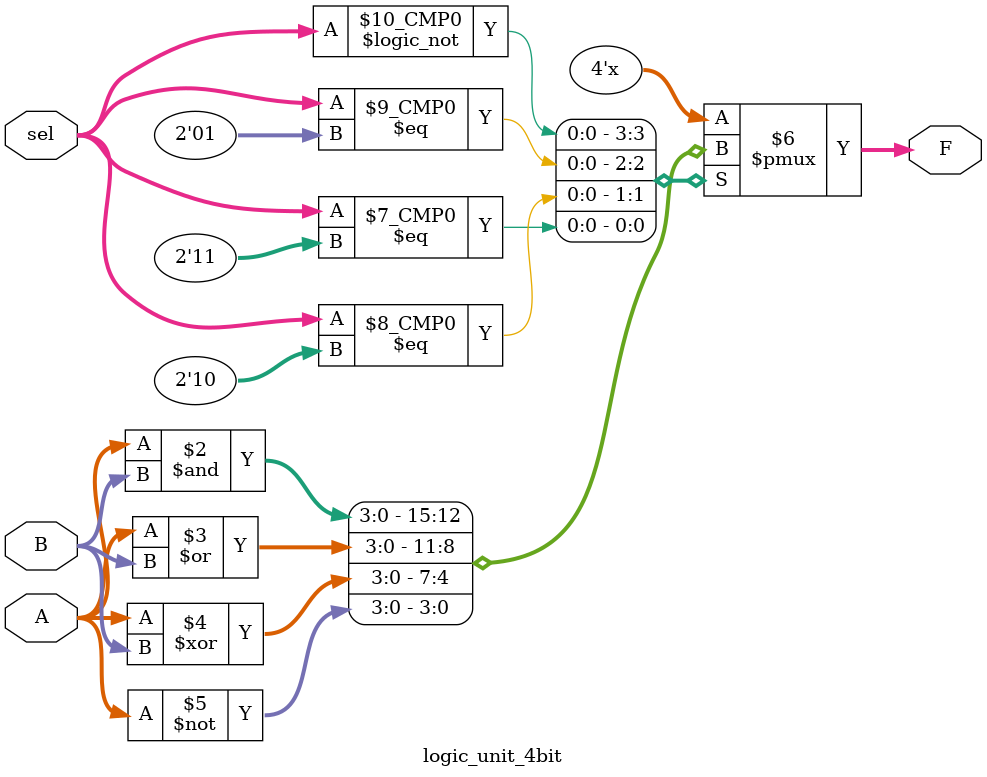
<source format=v>
module logic_unit_4bit (
    input wire [3:0] A, B,
    input wire [1:0] sel,
    output reg [3:0] F
);

    always @(*) begin
        case (sel)
            2'b00: F = A & B;   // AND
            2'b01: F = A | B;   // OR
            2'b10: F = A ^ B;   // XOR
            2'b11: F = ~A;      // NOT A (complement)
            default: F = 4'b0000;
        endcase
    end

endmodule
</source>
